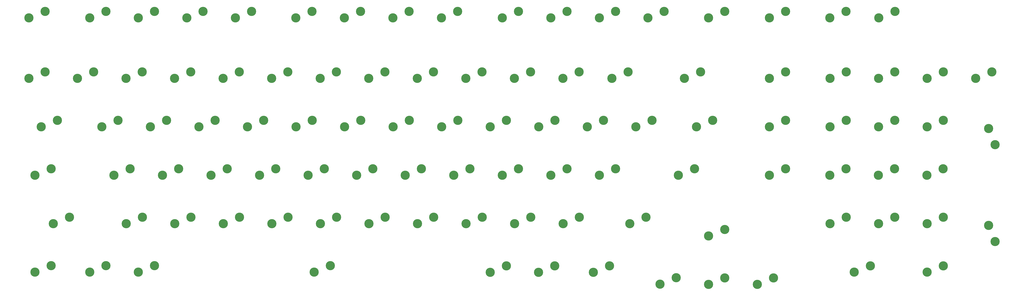
<source format=gts>
G04 Layer: TopSolderMaskLayer*
G04 EasyEDA v6.5.33, 2023-07-29 07:31:28*
G04 219471704c294700b8179b9d236804d4,d031c0a8eb424844af7c2e53bc7358ee,10*
G04 Gerber Generator version 0.2*
G04 Scale: 100 percent, Rotated: No, Reflected: No *
G04 Dimensions in millimeters *
G04 leading zeros omitted , absolute positions ,4 integer and 5 decimal *
%FSLAX45Y45*%
%MOMM*%

%ADD10C,3.6032*%

%LPD*%
D10*
G01*
X12630911Y-12331700D03*
G01*
X13265937Y-12077725D03*
G01*
X1440179Y-2331465D03*
G01*
X2075205Y-2077491D03*
G01*
X1676400Y-12331700D03*
G01*
X2311425Y-12077725D03*
G01*
X3822700Y-12331700D03*
G01*
X4457725Y-12077725D03*
G01*
X21439886Y-12332970D03*
G01*
X22074911Y-12078995D03*
G01*
X30492700Y-8521700D03*
G01*
X31127725Y-8267725D03*
G01*
X26205941Y-12805918D03*
G01*
X26840967Y-12551943D03*
G01*
X30016958Y-12809981D03*
G01*
X30651983Y-12556007D03*
G01*
X33823909Y-12331954D03*
G01*
X34458935Y-12077979D03*
G01*
X39350950Y-11124945D03*
G01*
X39096975Y-10489920D03*
G01*
X36682934Y-12331954D03*
G01*
X37317959Y-12077979D03*
G01*
X34779458Y-10424921D03*
G01*
X35414483Y-10170947D03*
G01*
X28109925Y-12807950D03*
G01*
X28744951Y-12553975D03*
G01*
X23584916Y-12332970D03*
G01*
X24219941Y-12078995D03*
G01*
X19538950Y-12332970D03*
G01*
X20173975Y-12078995D03*
G01*
X5727700Y-12331700D03*
G01*
X6362725Y-12077725D03*
G01*
X2394458Y-10424921D03*
G01*
X3029483Y-10170947D03*
G01*
X5251958Y-10424921D03*
G01*
X5886983Y-10170947D03*
G01*
X9061958Y-10424921D03*
G01*
X9696983Y-10170947D03*
G01*
X12871958Y-10424921D03*
G01*
X13506983Y-10170947D03*
G01*
X16681958Y-10424921D03*
G01*
X17316983Y-10170947D03*
G01*
X20491958Y-10424921D03*
G01*
X21126983Y-10170947D03*
G01*
X25013158Y-10424921D03*
G01*
X25648183Y-10170947D03*
G01*
X32874458Y-10424921D03*
G01*
X33509483Y-10170947D03*
G01*
X36684458Y-10424921D03*
G01*
X37319483Y-10170947D03*
G01*
X36677600Y-8521700D03*
G01*
X37312625Y-8267725D03*
G01*
X34772600Y-8521700D03*
G01*
X35407625Y-8267725D03*
G01*
X28109925Y-10901934D03*
G01*
X28744951Y-10647959D03*
G01*
X22396958Y-10424921D03*
G01*
X23031983Y-10170947D03*
G01*
X18586958Y-10424921D03*
G01*
X19221983Y-10170947D03*
G01*
X14776958Y-10424921D03*
G01*
X15411983Y-10170947D03*
G01*
X10966958Y-10424921D03*
G01*
X11601983Y-10170947D03*
G01*
X7156958Y-10424921D03*
G01*
X7791983Y-10170947D03*
G01*
X1676400Y-8521700D03*
G01*
X2311425Y-8267725D03*
G01*
X6680200Y-8521700D03*
G01*
X7315225Y-8267725D03*
G01*
X10490200Y-8521700D03*
G01*
X11125225Y-8267725D03*
G01*
X14300200Y-8521700D03*
G01*
X14935225Y-8267725D03*
G01*
X18110200Y-8521700D03*
G01*
X18745225Y-8267725D03*
G01*
X21920200Y-8521700D03*
G01*
X22555225Y-8267725D03*
G01*
X26924000Y-8521700D03*
G01*
X27559025Y-8267725D03*
G01*
X34785300Y-2331465D03*
G01*
X35420325Y-2077491D03*
G01*
X32867600Y-8521700D03*
G01*
X33502625Y-8267725D03*
G01*
X39350950Y-7314945D03*
G01*
X39096975Y-6679920D03*
G01*
X36682679Y-6616700D03*
G01*
X37317705Y-6362725D03*
G01*
X34777679Y-6616700D03*
G01*
X35412705Y-6362725D03*
G01*
X30492700Y-6616700D03*
G01*
X31127725Y-6362725D03*
G01*
X23825200Y-8521700D03*
G01*
X24460225Y-8267725D03*
G01*
X20015200Y-8521700D03*
G01*
X20650225Y-8267725D03*
G01*
X16205200Y-8521700D03*
G01*
X16840225Y-8267725D03*
G01*
X12395200Y-8521700D03*
G01*
X13030225Y-8267725D03*
G01*
X8585200Y-8521700D03*
G01*
X9220225Y-8267725D03*
G01*
X4775200Y-8521700D03*
G01*
X5410225Y-8267725D03*
G01*
X1917700Y-6616700D03*
G01*
X2552725Y-6362725D03*
G01*
X6202679Y-6616700D03*
G01*
X6837705Y-6362725D03*
G01*
X10012679Y-6616700D03*
G01*
X10647705Y-6362725D03*
G01*
X13822679Y-6616700D03*
G01*
X14457705Y-6362725D03*
G01*
X17632679Y-6616700D03*
G01*
X18267705Y-6362725D03*
G01*
X21442679Y-6616700D03*
G01*
X22077705Y-6362725D03*
G01*
X25252679Y-6616700D03*
G01*
X25887705Y-6362725D03*
G01*
X28105100Y-2331465D03*
G01*
X28740125Y-2077491D03*
G01*
X30498795Y-4711700D03*
G01*
X31133821Y-4457725D03*
G01*
X32872679Y-6616700D03*
G01*
X33507705Y-6362725D03*
G01*
X38588696Y-4711700D03*
G01*
X39223721Y-4457725D03*
G01*
X36683696Y-4711700D03*
G01*
X37318721Y-4457725D03*
G01*
X34778696Y-4711700D03*
G01*
X35413721Y-4457725D03*
G01*
X30492700Y-2331465D03*
G01*
X31127725Y-2077491D03*
G01*
X27635200Y-6616700D03*
G01*
X28270225Y-6362725D03*
G01*
X23347679Y-6616700D03*
G01*
X23982705Y-6362725D03*
G01*
X19537679Y-6616700D03*
G01*
X20172705Y-6362725D03*
G01*
X15727679Y-6616700D03*
G01*
X16362705Y-6362725D03*
G01*
X11917679Y-6616700D03*
G01*
X12552705Y-6362725D03*
G01*
X8107679Y-6616700D03*
G01*
X8742705Y-6362725D03*
G01*
X4297679Y-6616700D03*
G01*
X4932705Y-6362725D03*
G01*
X1441195Y-4711700D03*
G01*
X2076221Y-4457725D03*
G01*
X5251195Y-4711700D03*
G01*
X5886221Y-4457725D03*
G01*
X9061195Y-4711700D03*
G01*
X9696221Y-4457725D03*
G01*
X12871195Y-4711700D03*
G01*
X13506221Y-4457725D03*
G01*
X16681195Y-4711700D03*
G01*
X17316221Y-4457725D03*
G01*
X20491195Y-4711700D03*
G01*
X21126221Y-4457725D03*
G01*
X24313895Y-4711700D03*
G01*
X24948921Y-4457725D03*
G01*
X27158695Y-4711700D03*
G01*
X27793721Y-4457725D03*
G01*
X32867600Y-2331465D03*
G01*
X33502625Y-2077491D03*
G01*
X32873695Y-4711700D03*
G01*
X33508721Y-4457725D03*
G01*
X22396195Y-4711700D03*
G01*
X23031221Y-4457725D03*
G01*
X18586195Y-4711700D03*
G01*
X19221221Y-4457725D03*
G01*
X14776195Y-4711700D03*
G01*
X15411221Y-4457725D03*
G01*
X10966195Y-4711700D03*
G01*
X11601221Y-4457725D03*
G01*
X7156195Y-4711700D03*
G01*
X7791221Y-4457725D03*
G01*
X3346195Y-4711700D03*
G01*
X3981221Y-4457725D03*
G01*
X5727700Y-2331465D03*
G01*
X6362725Y-2077491D03*
G01*
X9537700Y-2331465D03*
G01*
X10172725Y-2077491D03*
G01*
X13817600Y-2331465D03*
G01*
X14452625Y-2077491D03*
G01*
X17627600Y-2331465D03*
G01*
X18262625Y-2077491D03*
G01*
X21920200Y-2331465D03*
G01*
X22555225Y-2077491D03*
G01*
X23825200Y-2331465D03*
G01*
X24460225Y-2077491D03*
G01*
X25730200Y-2331465D03*
G01*
X26365225Y-2077491D03*
G01*
X20015200Y-2331465D03*
G01*
X20650225Y-2077491D03*
G01*
X15722600Y-2331465D03*
G01*
X16357625Y-2077491D03*
G01*
X11912600Y-2331465D03*
G01*
X12547625Y-2077491D03*
G01*
X3822700Y-2331465D03*
G01*
X4457725Y-2077491D03*
G01*
X7634986Y-2331491D03*
G01*
X8270011Y-2077516D03*
M02*

</source>
